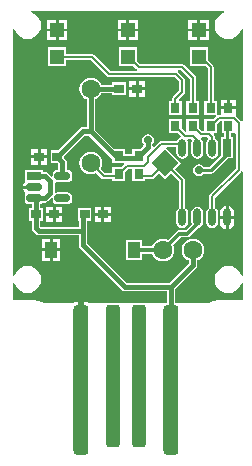
<source format=gtl>
G04*
G04 #@! TF.GenerationSoftware,Altium Limited,Altium Designer,19.1.5 (86)*
G04*
G04 Layer_Physical_Order=1*
G04 Layer_Color=255*
%FSAX44Y44*%
%MOMM*%
G71*
G01*
G75*
%ADD10C,0.4000*%
%ADD11C,0.2500*%
%ADD12C,0.2000*%
%ADD13C,0.5000*%
%ADD32R,0.8500X0.8000*%
G04:AMPARAMS|DCode=33|XSize=12.7mm|YSize=1.27mm|CornerRadius=0.3175mm|HoleSize=0mm|Usage=FLASHONLY|Rotation=270.000|XOffset=0mm|YOffset=0mm|HoleType=Round|Shape=RoundedRectangle|*
%AMROUNDEDRECTD33*
21,1,12.7000,0.6350,0,0,270.0*
21,1,12.0650,1.2700,0,0,270.0*
1,1,0.6350,-0.3175,-6.0325*
1,1,0.6350,-0.3175,6.0325*
1,1,0.6350,0.3175,6.0325*
1,1,0.6350,0.3175,-6.0325*
%
%ADD33ROUNDEDRECTD33*%
G04:AMPARAMS|DCode=34|XSize=12.065mm|YSize=1.2065mm|CornerRadius=0.3016mm|HoleSize=0mm|Usage=FLASHONLY|Rotation=270.000|XOffset=0mm|YOffset=0mm|HoleType=Round|Shape=RoundedRectangle|*
%AMROUNDEDRECTD34*
21,1,12.0650,0.6033,0,0,270.0*
21,1,11.4618,1.2065,0,0,270.0*
1,1,0.6033,-0.3016,-5.7309*
1,1,0.6033,-0.3016,5.7309*
1,1,0.6033,0.3016,5.7309*
1,1,0.6033,0.3016,-5.7309*
%
%ADD34ROUNDEDRECTD34*%
%ADD35R,1.2500X1.2500*%
%ADD36O,0.7000X1.5000*%
%ADD37R,0.7000X1.5000*%
%ADD38R,1.3000X0.7000*%
G04:AMPARAMS|DCode=39|XSize=0.7mm|YSize=1.3mm|CornerRadius=0.175mm|HoleSize=0mm|Usage=FLASHONLY|Rotation=270.000|XOffset=0mm|YOffset=0mm|HoleType=Round|Shape=RoundedRectangle|*
%AMROUNDEDRECTD39*
21,1,0.7000,0.9500,0,0,270.0*
21,1,0.3500,1.3000,0,0,270.0*
1,1,0.3500,-0.4750,-0.1750*
1,1,0.3500,-0.4750,0.1750*
1,1,0.3500,0.4750,0.1750*
1,1,0.3500,0.4750,-0.1750*
%
%ADD39ROUNDEDRECTD39*%
%ADD40R,1.0000X1.4000*%
%ADD41R,0.8000X0.8500*%
%ADD42C,0.3000*%
%ADD43C,1.6000*%
%ADD44R,1.6000X1.6000*%
%ADD45C,2.5000*%
%ADD46P,2.2627X4X90.0*%
%ADD47C,0.7000*%
G36*
X03026798Y02609204D02*
X03024001Y02608045D01*
X03021598Y02606202D01*
X03019755Y02603800D01*
X03018596Y02601002D01*
X03018201Y02598000D01*
X03018596Y02594998D01*
X03019755Y02592200D01*
X03021598Y02589798D01*
X03024001Y02587955D01*
X03026798Y02586796D01*
X03029800Y02586401D01*
X03032802Y02586796D01*
X03035600Y02587955D01*
X03038002Y02589798D01*
X03039845Y02592200D01*
X03041004Y02594998D01*
X03042210Y02594741D01*
Y02517217D01*
X03040941Y02516832D01*
X03040602Y02517338D01*
X03036638Y02521302D01*
X03036340Y02521501D01*
Y02527000D01*
X03029800D01*
X03023260D01*
Y02522049D01*
X03021550D01*
X03021368Y02522013D01*
X03020300Y02523083D01*
Y02534000D01*
X03017349D01*
Y02563000D01*
X03017155Y02563976D01*
X03016602Y02564803D01*
X03012550Y02568855D01*
Y02579500D01*
X02997050D01*
Y02564000D01*
X03010195D01*
X03012251Y02561944D01*
Y02534000D01*
X03009300D01*
Y02522500D01*
X03019254D01*
X03019650Y02521538D01*
X03019675Y02521230D01*
X03016945Y02518500D01*
X03009300D01*
Y02508549D01*
X03007606D01*
X03005300Y02510855D01*
Y02518500D01*
X02994300D01*
Y02508651D01*
X02993030Y02508125D01*
X02990300Y02510855D01*
Y02518500D01*
X02979300D01*
Y02507000D01*
X02986945D01*
X02989462Y02504484D01*
X02989093Y02503268D01*
X02988799Y02503210D01*
X02987145Y02502105D01*
X02986106Y02500549D01*
X02972800D01*
X02971825Y02500355D01*
X02970998Y02499802D01*
X02966599Y02495403D01*
X02965369Y02495969D01*
Y02497421D01*
X02965405Y02497445D01*
X02966510Y02499099D01*
X02966898Y02501050D01*
X02966510Y02503001D01*
X02965405Y02504655D01*
X02963751Y02505760D01*
X02961800Y02506148D01*
X02959849Y02505760D01*
X02958195Y02504655D01*
X02957090Y02503001D01*
X02956702Y02501050D01*
X02957090Y02499099D01*
X02958195Y02497445D01*
X02957603Y02496350D01*
X02954753Y02493500D01*
X02948550D01*
Y02489319D01*
X02942550D01*
Y02493500D01*
X02933347D01*
X02916938Y02509909D01*
Y02535626D01*
X02918160Y02536133D01*
X02920145Y02537655D01*
X02921667Y02539640D01*
X02922174Y02540862D01*
X02931300D01*
Y02538931D01*
X02942800D01*
Y02549931D01*
X02931300D01*
Y02548000D01*
X02922174D01*
X02921667Y02549222D01*
X02920145Y02551206D01*
X02918160Y02552729D01*
X02915849Y02553686D01*
X02913369Y02554013D01*
X02910889Y02553686D01*
X02908578Y02552729D01*
X02906594Y02551206D01*
X02905071Y02549222D01*
X02904113Y02546911D01*
X02903787Y02544431D01*
X02904113Y02541951D01*
X02905071Y02539640D01*
X02906594Y02537655D01*
X02908578Y02536133D01*
X02909800Y02535626D01*
Y02512000D01*
X02906731D01*
X02905365Y02511728D01*
X02904207Y02510954D01*
X02885503Y02492250D01*
X02879300D01*
Y02481250D01*
X02885503D01*
X02885732Y02481022D01*
Y02475714D01*
X02884550D01*
X02883282Y02475461D01*
X02882207Y02474743D01*
X02881489Y02473668D01*
X02881236Y02472400D01*
Y02470592D01*
X02880063Y02470106D01*
X02876996Y02473173D01*
X02875838Y02473947D01*
X02874472Y02474219D01*
X02873300D01*
Y02475650D01*
X02857300D01*
Y02465758D01*
X02856509Y02464574D01*
X02856176Y02462900D01*
Y02462400D01*
X02865300D01*
Y02459900D01*
X02856176D01*
Y02459400D01*
X02856509Y02457726D01*
X02857315Y02456520D01*
X02857457Y02456307D01*
X02857625Y02454871D01*
X02857489Y02454668D01*
X02857236Y02453400D01*
Y02449900D01*
X02857489Y02448632D01*
X02858207Y02447557D01*
X02859282Y02446839D01*
X02860550Y02446586D01*
X02863481D01*
Y02443750D01*
X02861300D01*
Y02432750D01*
X02863481D01*
Y02426500D01*
X02863753Y02425134D01*
X02864527Y02423977D01*
X02867027Y02421477D01*
X02868185Y02420703D01*
X02869550Y02420431D01*
X02903162D01*
Y02412069D01*
X02903434Y02410703D01*
X02904207Y02409546D01*
X02939827Y02373927D01*
X02940984Y02373153D01*
X02942350Y02372881D01*
X02977786D01*
Y02363088D01*
X02977343Y02363000D01*
X02957888D01*
X02957066Y02363163D01*
X02951034D01*
X02950212Y02363000D01*
X02936298D01*
X02935476Y02363163D01*
X02929444D01*
X02928622Y02363000D01*
X02911732D01*
X02910560Y02363783D01*
X02908330Y02364227D01*
X02901980D01*
X02899750Y02363783D01*
X02898578Y02363000D01*
X02873395D01*
X02873349Y02363031D01*
X02869727Y02364531D01*
X02869477Y02364581D01*
X02869241Y02364679D01*
X02865396Y02365444D01*
X02865204D01*
X02865017Y02365490D01*
X02863057Y02365587D01*
X02862993Y02365577D01*
X02862930Y02365590D01*
X02847390Y02365590D01*
Y02379741D01*
X02848596Y02379998D01*
X02849755Y02377200D01*
X02851598Y02374798D01*
X02854001Y02372955D01*
X02856798Y02371796D01*
X02859800Y02371401D01*
X02862802Y02371796D01*
X02865600Y02372955D01*
X02868002Y02374798D01*
X02869845Y02377200D01*
X02871004Y02379998D01*
X02871399Y02383000D01*
X02871004Y02386002D01*
X02869845Y02388800D01*
X02868002Y02391202D01*
X02865600Y02393045D01*
X02862802Y02394204D01*
X02859800Y02394599D01*
X02856798Y02394204D01*
X02854001Y02393045D01*
X02851598Y02391202D01*
X02849755Y02388800D01*
X02848596Y02386002D01*
X02847390Y02386259D01*
X02847390Y02594741D01*
X02848596Y02594998D01*
X02849755Y02592200D01*
X02851598Y02589798D01*
X02854001Y02587955D01*
X02856798Y02586796D01*
X02859800Y02586401D01*
X02862802Y02586796D01*
X02865600Y02587955D01*
X02868002Y02589798D01*
X02869845Y02592200D01*
X02871004Y02594998D01*
X02871399Y02598000D01*
X02871004Y02601002D01*
X02869845Y02603800D01*
X02868002Y02606202D01*
X02865600Y02608045D01*
X02862802Y02609204D01*
X02863059Y02610410D01*
X03026541D01*
X03026798Y02609204D01*
D02*
G37*
G36*
X03024300Y02507000D02*
X03026046D01*
Y02503500D01*
X03023850D01*
Y02488076D01*
X03014077Y02478304D01*
X03008940D01*
X03008405Y02479105D01*
X03006751Y02480210D01*
X03004800Y02480598D01*
X03002849Y02480210D01*
X03001195Y02479105D01*
X03000090Y02477451D01*
X02999702Y02475500D01*
X03000090Y02473549D01*
X03001195Y02471895D01*
X03002849Y02470790D01*
X03004800Y02470402D01*
X03006751Y02470790D01*
X03008405Y02471895D01*
X03008940Y02472696D01*
X03015239D01*
X03016312Y02472910D01*
X03017221Y02473517D01*
X03029204Y02485500D01*
X03033850D01*
Y02503500D01*
X03031654D01*
Y02507000D01*
X03035300D01*
X03036251Y02506230D01*
Y02477006D01*
X03014348Y02455102D01*
X03013795Y02454276D01*
X03013601Y02453300D01*
Y02443810D01*
X03012545Y02443105D01*
X03011440Y02441451D01*
X03011052Y02439500D01*
Y02431500D01*
X03011440Y02429549D01*
X03012545Y02427895D01*
X03014199Y02426790D01*
X03016150Y02426402D01*
X03018101Y02426790D01*
X03019755Y02427895D01*
X03020860Y02429549D01*
X03021248Y02431500D01*
Y02439500D01*
X03020860Y02441451D01*
X03019755Y02443105D01*
X03018699Y02443810D01*
Y02452244D01*
X03040602Y02474148D01*
X03040941Y02474653D01*
X03041044Y02474675D01*
X03042210Y02474268D01*
Y02386259D01*
X03041004Y02386002D01*
X03039845Y02388800D01*
X03038002Y02391202D01*
X03035600Y02393045D01*
X03032802Y02394204D01*
X03029800Y02394599D01*
X03026798Y02394204D01*
X03024001Y02393045D01*
X03021598Y02391202D01*
X03019755Y02388800D01*
X03018596Y02386002D01*
X03018201Y02383000D01*
X03018596Y02379998D01*
X03019755Y02377200D01*
X03021598Y02374798D01*
X03024001Y02372955D01*
X03026798Y02371796D01*
X03029800Y02371401D01*
X03032802Y02371796D01*
X03035600Y02372955D01*
X03038002Y02374798D01*
X03039845Y02377200D01*
X03041004Y02379998D01*
X03042210Y02379741D01*
Y02365590D01*
X03023580D01*
X03023517Y02365577D01*
X03023453Y02365587D01*
X03021493Y02365490D01*
X03021306Y02365444D01*
X03021115D01*
X03017269Y02364679D01*
X03017033Y02364581D01*
X03016783Y02364531D01*
X03013161Y02363031D01*
X03013115Y02363000D01*
X02985367D01*
X02984924Y02363088D01*
Y02374972D01*
X03002323Y02392372D01*
X03003097Y02393529D01*
X03003369Y02394895D01*
Y02399196D01*
X03004591Y02399702D01*
X03006575Y02401225D01*
X03008098Y02403209D01*
X03009055Y02405520D01*
X03009382Y02408000D01*
X03009055Y02410480D01*
X03008098Y02412791D01*
X03006575Y02414776D01*
X03004591Y02416298D01*
X03002280Y02417256D01*
X02999800Y02417582D01*
X02997320Y02417256D01*
X02995009Y02416298D01*
X02993025Y02414776D01*
X02991502Y02412791D01*
X02990544Y02410480D01*
X02990218Y02408000D01*
X02990544Y02405520D01*
X02991502Y02403209D01*
X02993025Y02401225D01*
X02995009Y02399702D01*
X02996231Y02399196D01*
Y02396373D01*
X02979877Y02380019D01*
X02943828D01*
X02910299Y02413547D01*
Y02424000D01*
Y02432750D01*
X02913800D01*
Y02443750D01*
X02902300D01*
Y02432750D01*
X02903162D01*
Y02427569D01*
X02871028D01*
X02870619Y02427978D01*
Y02432750D01*
X02872800D01*
Y02443750D01*
X02870619D01*
Y02446699D01*
X02871318Y02446839D01*
X02872393Y02447557D01*
X02872744Y02448081D01*
X02874472D01*
X02875838Y02448353D01*
X02876996Y02449127D01*
X02880063Y02452194D01*
X02881236Y02451708D01*
Y02449900D01*
X02881489Y02448632D01*
X02882207Y02447557D01*
X02883282Y02446839D01*
X02884550Y02446586D01*
X02894050D01*
X02895318Y02446839D01*
X02896393Y02447557D01*
X02897112Y02448632D01*
X02897364Y02449900D01*
Y02453400D01*
X02897112Y02454668D01*
X02896393Y02455743D01*
X02895318Y02456461D01*
X02894050Y02456714D01*
X02884550D01*
X02883961Y02456596D01*
X02882746Y02457439D01*
X02882691Y02457540D01*
Y02464760D01*
X02882746Y02464861D01*
X02883961Y02465704D01*
X02884550Y02465586D01*
X02894050D01*
X02895318Y02465839D01*
X02896393Y02466557D01*
X02897112Y02467632D01*
X02897364Y02468900D01*
Y02472400D01*
X02897112Y02473668D01*
X02896393Y02474743D01*
X02895318Y02475461D01*
X02894050Y02475714D01*
X02892869D01*
Y02482500D01*
X02892597Y02483866D01*
X02891823Y02485023D01*
X02890800Y02486047D01*
Y02487453D01*
X02908209Y02504862D01*
X02911891D01*
X02931550Y02485203D01*
Y02482000D01*
X02941504D01*
X02941900Y02481038D01*
X02941925Y02480730D01*
X02939195Y02478000D01*
X02931550D01*
Y02472799D01*
X02925744D01*
X02921696Y02476847D01*
X02922625Y02479089D01*
X02922951Y02481569D01*
X02922625Y02484049D01*
X02921667Y02486360D01*
X02920145Y02488345D01*
X02918160Y02489867D01*
X02915849Y02490825D01*
X02913369Y02491151D01*
X02910889Y02490825D01*
X02908578Y02489867D01*
X02906594Y02488345D01*
X02905071Y02486360D01*
X02904113Y02484049D01*
X02903787Y02481569D01*
X02904113Y02479089D01*
X02905071Y02476778D01*
X02906594Y02474794D01*
X02908578Y02473271D01*
X02910889Y02472314D01*
X02913369Y02471987D01*
X02915849Y02472314D01*
X02918091Y02473242D01*
X02922886Y02468448D01*
X02923713Y02467895D01*
X02924688Y02467701D01*
X02931550D01*
Y02466500D01*
X02942550D01*
Y02474145D01*
X02944856Y02476451D01*
X02948550D01*
Y02466500D01*
X02959550D01*
Y02467701D01*
X02964912D01*
X02965887Y02467895D01*
X02966714Y02468448D01*
X02971316Y02473049D01*
X02976231Y02468134D01*
X02981146Y02473049D01*
X02988201Y02465994D01*
Y02443810D01*
X02987145Y02443105D01*
X02986040Y02441451D01*
X02985652Y02439500D01*
Y02431500D01*
X02986040Y02429549D01*
X02987145Y02427895D01*
X02988799Y02426790D01*
X02990750Y02426402D01*
X02992701Y02426790D01*
X02994355Y02427895D01*
X02995460Y02429549D01*
X02995848Y02431500D01*
Y02439500D01*
X02995460Y02441451D01*
X02994355Y02443105D01*
X02993299Y02443810D01*
Y02467050D01*
X02993105Y02468026D01*
X02992552Y02468852D01*
X02984751Y02476654D01*
X02989666Y02481569D01*
X02977054Y02494181D01*
X02977580Y02495451D01*
X02985652D01*
Y02490500D01*
X02986040Y02488549D01*
X02987145Y02486895D01*
X02988799Y02485790D01*
X02990750Y02485402D01*
X02992701Y02485790D01*
X02994355Y02486895D01*
X02995460Y02488549D01*
X02995848Y02490500D01*
Y02498500D01*
X02995460Y02500451D01*
X02995172Y02500881D01*
X02995851Y02502151D01*
X02998349D01*
X02999136Y02501043D01*
X02998740Y02500451D01*
X02998352Y02498500D01*
Y02490500D01*
X02998740Y02488549D01*
X02999845Y02486895D01*
X03001499Y02485790D01*
X03003450Y02485402D01*
X03005401Y02485790D01*
X03007055Y02486895D01*
X03008160Y02488549D01*
X03008548Y02490500D01*
Y02498500D01*
X03008160Y02500451D01*
X03007055Y02502105D01*
X03006941Y02502181D01*
X03007326Y02503451D01*
X03011565D01*
X03012565Y02502301D01*
X03012545Y02502105D01*
X03011440Y02500451D01*
X03011052Y02498500D01*
Y02490500D01*
X03011440Y02488549D01*
X03012545Y02486895D01*
X03014199Y02485790D01*
X03016150Y02485402D01*
X03018101Y02485790D01*
X03019755Y02486895D01*
X03020860Y02488549D01*
X03021248Y02490500D01*
Y02498500D01*
X03020860Y02500451D01*
X03019755Y02502105D01*
X03018699Y02502810D01*
Y02503350D01*
X03018505Y02504326D01*
X03017952Y02505152D01*
X03017278Y02505827D01*
X03017764Y02507000D01*
X03020300D01*
Y02514645D01*
X03022606Y02516951D01*
X03024300D01*
Y02507000D01*
D02*
G37*
%LPC*%
G36*
X02953590Y02603040D02*
X02946050D01*
Y02595500D01*
X02953590D01*
Y02603040D01*
D02*
G37*
G36*
X02943550D02*
X02936010D01*
Y02595500D01*
X02943550D01*
Y02603040D01*
D02*
G37*
G36*
X03013590D02*
X03006050D01*
Y02595500D01*
X03013590D01*
Y02603040D01*
D02*
G37*
G36*
X02893590D02*
X02886050D01*
Y02595500D01*
X02893590D01*
Y02603040D01*
D02*
G37*
G36*
X03003550D02*
X02996010D01*
Y02595500D01*
X03003550D01*
Y02603040D01*
D02*
G37*
G36*
X02883550D02*
X02876010D01*
Y02595500D01*
X02883550D01*
Y02603040D01*
D02*
G37*
G36*
X03013590Y02593000D02*
X03006050D01*
Y02585460D01*
X03013590D01*
Y02593000D01*
D02*
G37*
G36*
X03003550D02*
X02996010D01*
Y02585460D01*
X03003550D01*
Y02593000D01*
D02*
G37*
G36*
X02953590Y02593000D02*
X02946050D01*
Y02585460D01*
X02953590D01*
Y02593000D01*
D02*
G37*
G36*
X02943550D02*
X02936010D01*
Y02585460D01*
X02943550D01*
Y02593000D01*
D02*
G37*
G36*
X02893590Y02593000D02*
X02886050D01*
Y02585460D01*
X02893590D01*
Y02593000D01*
D02*
G37*
G36*
X02883550D02*
X02876010D01*
Y02585460D01*
X02883550D01*
Y02593000D01*
D02*
G37*
G36*
X02952550Y02579500D02*
X02937050D01*
Y02564000D01*
X02949195D01*
X02951998Y02561198D01*
X02952564Y02560819D01*
X02952321Y02559549D01*
X02929856D01*
X02916602Y02572802D01*
X02915775Y02573355D01*
X02914800Y02573549D01*
X02892550D01*
Y02579500D01*
X02877050D01*
Y02564000D01*
X02892550D01*
Y02568451D01*
X02913744D01*
X02926998Y02555198D01*
X02927825Y02554645D01*
X02928800Y02554451D01*
X02984744D01*
X02988251Y02550944D01*
Y02543056D01*
X02982998Y02537802D01*
X02982445Y02536976D01*
X02982251Y02536000D01*
Y02534000D01*
X02979300D01*
Y02522500D01*
X02990300D01*
Y02534000D01*
X02988135D01*
X02987675Y02535270D01*
X02992603Y02540198D01*
X02993155Y02541025D01*
X02993349Y02542000D01*
Y02552000D01*
X02993155Y02552975D01*
X02992603Y02553802D01*
X02987603Y02558802D01*
X02987036Y02559181D01*
X02987279Y02560451D01*
X02989744D01*
X02997251Y02552944D01*
Y02534000D01*
X02994300D01*
Y02522500D01*
X03005300D01*
Y02534000D01*
X03002349D01*
Y02554000D01*
X03002155Y02554975D01*
X03001602Y02555802D01*
X02992603Y02564803D01*
X02991776Y02565355D01*
X02990800Y02565549D01*
X02954856D01*
X02952550Y02567855D01*
Y02579500D01*
D02*
G37*
G36*
X02959340Y02550971D02*
X02953800D01*
Y02545681D01*
X02959340D01*
Y02550971D01*
D02*
G37*
G36*
X02951300D02*
X02945760D01*
Y02545681D01*
X02951300D01*
Y02550971D01*
D02*
G37*
G36*
X02959340Y02543181D02*
X02953800D01*
Y02537891D01*
X02959340D01*
Y02543181D01*
D02*
G37*
G36*
X02951300D02*
X02945760D01*
Y02537891D01*
X02951300D01*
Y02543181D01*
D02*
G37*
G36*
X03036340Y02535040D02*
X03031050D01*
Y02529500D01*
X03036340D01*
Y02535040D01*
D02*
G37*
G36*
X03028550D02*
X03023260D01*
Y02529500D01*
X03028550D01*
Y02535040D01*
D02*
G37*
G36*
X02876340Y02493290D02*
X02870800D01*
Y02488000D01*
X02876340D01*
Y02493290D01*
D02*
G37*
G36*
X02868300D02*
X02862760D01*
Y02488000D01*
X02868300D01*
Y02493290D01*
D02*
G37*
G36*
X02876340Y02485500D02*
X02870800D01*
Y02480210D01*
X02876340D01*
Y02485500D01*
D02*
G37*
G36*
X02868300D02*
X02862760D01*
Y02480210D01*
X02868300D01*
Y02485500D01*
D02*
G37*
G36*
X02887340Y02417540D02*
X02881050D01*
Y02409250D01*
X02887340D01*
Y02417540D01*
D02*
G37*
G36*
X02878550D02*
X02872260D01*
Y02409250D01*
X02878550D01*
Y02417540D01*
D02*
G37*
G36*
X02887340Y02406750D02*
X02881050D01*
Y02398460D01*
X02887340D01*
Y02406750D01*
D02*
G37*
G36*
X02878550D02*
X02872260D01*
Y02398460D01*
X02878550D01*
Y02406750D01*
D02*
G37*
G36*
X02889340Y02444790D02*
X02883800D01*
Y02439500D01*
X02889340D01*
Y02444790D01*
D02*
G37*
G36*
X02930340D02*
X02924800D01*
Y02439500D01*
X02930340D01*
Y02444790D01*
D02*
G37*
G36*
X02922300D02*
X02916760D01*
Y02439500D01*
X02922300D01*
Y02444790D01*
D02*
G37*
G36*
X02881300D02*
X02875760D01*
Y02439500D01*
X02881300D01*
Y02444790D01*
D02*
G37*
G36*
X03030100Y02445410D02*
Y02436750D01*
X03035008D01*
Y02439500D01*
X03034539Y02441857D01*
X03033205Y02443855D01*
X03031207Y02445190D01*
X03030100Y02445410D01*
D02*
G37*
G36*
X03027600D02*
X03026493Y02445190D01*
X03024496Y02443855D01*
X03023160Y02441857D01*
X03022692Y02439500D01*
Y02436750D01*
X03027600D01*
Y02445410D01*
D02*
G37*
G36*
X02930340Y02437000D02*
X02924800D01*
Y02431710D01*
X02930340D01*
Y02437000D01*
D02*
G37*
G36*
X02922300D02*
X02916760D01*
Y02431710D01*
X02922300D01*
Y02437000D01*
D02*
G37*
G36*
X02889340D02*
X02883800D01*
Y02431710D01*
X02889340D01*
Y02437000D01*
D02*
G37*
G36*
X02881300D02*
X02875760D01*
Y02431710D01*
X02881300D01*
Y02437000D01*
D02*
G37*
G36*
X03035008Y02434250D02*
X03030100D01*
Y02425590D01*
X03031207Y02425811D01*
X03033205Y02427145D01*
X03034539Y02429143D01*
X03035008Y02431500D01*
Y02434250D01*
D02*
G37*
G36*
X03027600D02*
X03022692D01*
Y02431500D01*
X03023160Y02429143D01*
X03024496Y02427145D01*
X03026493Y02425811D01*
X03027600Y02425590D01*
Y02434250D01*
D02*
G37*
G36*
X03003450Y02444598D02*
X03001499Y02444210D01*
X02999845Y02443105D01*
X02998740Y02441451D01*
X02998352Y02439500D01*
Y02431500D01*
X02998729Y02429605D01*
X02993883Y02424759D01*
X02988100D01*
X02986929Y02424526D01*
X02985937Y02423863D01*
X02985937Y02423863D01*
X02978612Y02416538D01*
X02976880Y02417256D01*
X02974400Y02417582D01*
X02971920Y02417256D01*
X02969609Y02416298D01*
X02967625Y02414776D01*
X02966102Y02412791D01*
X02965384Y02411059D01*
X02956300D01*
Y02416500D01*
X02943300D01*
Y02399500D01*
X02956300D01*
Y02404941D01*
X02965384D01*
X02966102Y02403209D01*
X02967625Y02401225D01*
X02969609Y02399702D01*
X02971920Y02398745D01*
X02974400Y02398418D01*
X02976880Y02398745D01*
X02979191Y02399702D01*
X02981176Y02401225D01*
X02982698Y02403209D01*
X02983655Y02405520D01*
X02983982Y02408000D01*
X02983655Y02410480D01*
X02982938Y02412212D01*
X02989367Y02418641D01*
X02995150D01*
X02995150Y02418641D01*
X02996320Y02418874D01*
X02997313Y02419537D01*
X03004359Y02426583D01*
X03005401Y02426790D01*
X03007055Y02427895D01*
X03008160Y02429549D01*
X03008548Y02431500D01*
Y02439500D01*
X03008160Y02441451D01*
X03007055Y02443105D01*
X03005401Y02444210D01*
X03003450Y02444598D01*
D02*
G37*
%LPD*%
D10*
X02936050Y02485750D02*
X02954050D01*
X02913369Y02508431D02*
X02936050Y02485750D01*
X02906731Y02508431D02*
X02913369D01*
X02885050Y02486750D02*
X02906731Y02508431D01*
X02913369D02*
Y02544431D01*
X02906731Y02412069D02*
X02942350Y02376450D01*
X02906731Y02412069D02*
Y02424000D01*
Y02436931D01*
X02869550Y02424000D02*
X02906731D01*
Y02436931D02*
X02908050Y02438250D01*
X02867050Y02426500D02*
X02869550Y02424000D01*
X02865300Y02451650D02*
X02874472D01*
X02961800Y02495500D02*
Y02501050D01*
X02954050Y02487750D02*
X02961800Y02495500D01*
X02942350Y02376450D02*
X02981355D01*
X02867050Y02426500D02*
Y02438250D01*
X02865300Y02451650D02*
X02867050Y02449900D01*
Y02438250D02*
Y02449900D01*
X02999800Y02394895D02*
Y02408000D01*
X02981355Y02376450D02*
X02999800Y02394895D01*
X02874472Y02451650D02*
X02879122Y02456300D01*
Y02466000D01*
X02874472Y02470650D02*
X02879122Y02466000D01*
X02865300Y02470650D02*
X02874472D01*
X02885050Y02486750D02*
X02889300Y02482500D01*
Y02470650D02*
Y02482500D01*
X02913369Y02544431D02*
X02937050D01*
X02981355Y02298075D02*
Y02376450D01*
D11*
X03004800Y02475500D02*
X03015239D01*
X03028850Y02489111D02*
Y02494500D01*
X03015239Y02475500D02*
X03028850Y02489111D01*
Y02494500D02*
Y02511800D01*
X03029800Y02512750D01*
D12*
X02884800Y02571000D02*
X02914800D01*
X02928800Y02557000D02*
X02985800D01*
X02914800Y02571000D02*
X02928800Y02557000D01*
X02924688Y02470250D02*
X02937050D01*
Y02472250D02*
X02943800Y02479000D01*
X02958300D01*
X02961800Y02482500D01*
Y02487000D01*
X02972800Y02498000D01*
X02988800D01*
X02990750Y02496050D01*
Y02494500D02*
Y02496050D01*
X03038800Y02475950D02*
Y02515536D01*
X03016150Y02453300D02*
X03038800Y02475950D01*
X03016150Y02438500D02*
Y02453300D01*
X02992850Y02504700D02*
X02999800D01*
X02984800Y02512750D02*
X02992850Y02504700D01*
X03034836Y02519500D02*
X03038800Y02515536D01*
X03014800Y02512750D02*
X03021550Y02519500D01*
X03034836D01*
X02999800Y02504700D02*
X03003450Y02501050D01*
Y02494500D02*
Y02501050D01*
X03016150Y02494500D02*
Y02503350D01*
X03013500Y02506000D02*
X03016150Y02503350D01*
X03006550Y02506000D02*
X03013500D01*
X02999800Y02512750D02*
X03006550Y02506000D01*
X02999800Y02512750D02*
X03000900D01*
X02984800D02*
X02985200D01*
X02990800Y02542000D02*
Y02552000D01*
X02984800Y02536000D02*
X02990800Y02542000D01*
X02984800Y02528250D02*
Y02536000D01*
X03004800Y02573000D02*
X03014800Y02563000D01*
Y02528250D02*
Y02563000D01*
X02999800Y02528250D02*
Y02554000D01*
X02990750Y02438500D02*
Y02467050D01*
X02976231Y02481569D02*
X02990750Y02467050D01*
X02937050Y02470250D02*
Y02472250D01*
X02990800Y02563000D02*
X02999800Y02554000D01*
X02953800Y02563000D02*
X02990800D01*
X02945800Y02571000D02*
X02953800Y02563000D01*
X02985800Y02557000D02*
X02990800Y02552000D01*
X02913369Y02481569D02*
X02924688Y02470250D01*
X02964912D02*
X02976231Y02481569D01*
X02954050Y02470250D02*
X02964912D01*
D13*
X02904800Y02378000D02*
X02905155Y02377645D01*
Y02298075D02*
Y02377645D01*
D32*
X02885050Y02486750D02*
D03*
X02869550D02*
D03*
X02908050Y02438250D02*
D03*
X02923550D02*
D03*
X02937050Y02544431D02*
D03*
X02952550D02*
D03*
X02867050Y02438250D02*
D03*
X02882550D02*
D03*
D33*
X02981355Y02298075D02*
D03*
X02905155D02*
D03*
D34*
X02954050Y02301250D02*
D03*
X02932460D02*
D03*
D35*
X02884800Y02571750D02*
D03*
Y02594250D02*
D03*
X02944800Y02571750D02*
D03*
Y02594250D02*
D03*
X03004800Y02571750D02*
D03*
Y02594250D02*
D03*
D36*
X02990750Y02435500D02*
D03*
X03003450D02*
D03*
X03016150D02*
D03*
X03028850D02*
D03*
X02990750Y02494500D02*
D03*
X03003450D02*
D03*
X03016150D02*
D03*
D37*
X03028850D02*
D03*
D38*
X02865300Y02470650D02*
D03*
D39*
Y02451650D02*
D03*
Y02461150D02*
D03*
X02889300Y02451650D02*
D03*
Y02470650D02*
D03*
D40*
X02949800Y02408000D02*
D03*
X02879800D02*
D03*
D41*
X02999800Y02512750D02*
D03*
Y02528250D02*
D03*
X02984800Y02512750D02*
D03*
Y02528250D02*
D03*
X03014800Y02512750D02*
D03*
Y02528250D02*
D03*
X02954050Y02487750D02*
D03*
Y02472250D02*
D03*
X02937050Y02487750D02*
D03*
Y02472250D02*
D03*
X03029800Y02512750D02*
D03*
Y02528250D02*
D03*
D42*
X03003450Y02430000D02*
Y02435500D01*
X02995150Y02421700D02*
X03003450Y02430000D01*
X02988100Y02421700D02*
X02995150D01*
X02974400Y02408000D02*
X02988100Y02421700D01*
X03003450Y02435500D02*
Y02438500D01*
X02949800Y02408000D02*
X02974400D01*
D43*
D03*
X02999800D02*
D03*
X02913369Y02544431D02*
D03*
X02976231D02*
D03*
X02913369Y02481569D02*
D03*
D44*
X03025200Y02408000D02*
D03*
D45*
X02944800Y02513000D02*
D03*
D46*
X02976231Y02481569D02*
D03*
D47*
X03029800Y02558000D02*
D03*
X03004800Y02475500D02*
D03*
X02961800Y02501050D02*
D03*
X02915800Y02594250D02*
D03*
X02974400D02*
D03*
X02905155Y02378000D02*
D03*
M02*

</source>
